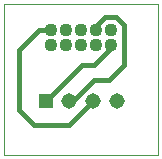
<source format=gtl>
G75*
%MOIN*%
%OFA0B0*%
%FSLAX25Y25*%
%IPPOS*%
%LPD*%
%AMOC8*
5,1,8,0,0,1.08239X$1,22.5*
%
%ADD10C,0.00000*%
%ADD11R,0.05150X0.05150*%
%ADD12C,0.05150*%
%ADD13C,0.04362*%
%ADD14C,0.01600*%
D10*
X0005000Y0010000D02*
X0005000Y0060361D01*
X0056501Y0060361D01*
X0056470Y0009970D01*
X0005000Y0010000D01*
D11*
X0018989Y0028000D03*
D12*
X0026863Y0028000D03*
X0034737Y0028000D03*
X0042611Y0028000D03*
D13*
X0040800Y0046800D03*
X0040800Y0051800D03*
X0035800Y0051800D03*
X0035800Y0046800D03*
X0030800Y0046800D03*
X0030800Y0051800D03*
X0025800Y0051800D03*
X0025800Y0046800D03*
X0020800Y0046800D03*
X0020800Y0051800D03*
D14*
X0016800Y0051800D01*
X0010000Y0045000D01*
X0010000Y0025000D01*
X0015000Y0020000D01*
X0026737Y0020000D01*
X0034737Y0028000D01*
X0028000Y0028000D02*
X0035000Y0035000D01*
X0040000Y0035000D01*
X0045000Y0040000D01*
X0045000Y0053300D01*
X0042400Y0055900D01*
X0038600Y0055900D01*
X0035800Y0053100D01*
X0035800Y0051800D01*
X0040800Y0046800D02*
X0040000Y0046000D01*
X0040000Y0045000D01*
X0035000Y0040000D01*
X0030989Y0040000D01*
X0018989Y0028000D01*
X0026863Y0028000D02*
X0028000Y0028000D01*
M02*

</source>
